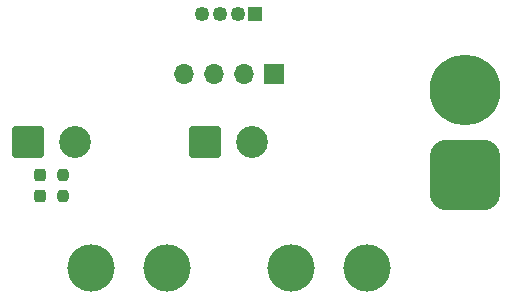
<source format=gbs>
%TF.GenerationSoftware,KiCad,Pcbnew,(6.0.9)*%
%TF.CreationDate,2022-12-21T01:12:51+09:00*%
%TF.ProjectId,power,706f7765-722e-46b6-9963-61645f706362,rev?*%
%TF.SameCoordinates,Original*%
%TF.FileFunction,Soldermask,Bot*%
%TF.FilePolarity,Negative*%
%FSLAX46Y46*%
G04 Gerber Fmt 4.6, Leading zero omitted, Abs format (unit mm)*
G04 Created by KiCad (PCBNEW (6.0.9)) date 2022-12-21 01:12:51*
%MOMM*%
%LPD*%
G01*
G04 APERTURE LIST*
G04 Aperture macros list*
%AMRoundRect*
0 Rectangle with rounded corners*
0 $1 Rounding radius*
0 $2 $3 $4 $5 $6 $7 $8 $9 X,Y pos of 4 corners*
0 Add a 4 corners polygon primitive as box body*
4,1,4,$2,$3,$4,$5,$6,$7,$8,$9,$2,$3,0*
0 Add four circle primitives for the rounded corners*
1,1,$1+$1,$2,$3*
1,1,$1+$1,$4,$5*
1,1,$1+$1,$6,$7*
1,1,$1+$1,$8,$9*
0 Add four rect primitives between the rounded corners*
20,1,$1+$1,$2,$3,$4,$5,0*
20,1,$1+$1,$4,$5,$6,$7,0*
20,1,$1+$1,$6,$7,$8,$9,0*
20,1,$1+$1,$8,$9,$2,$3,0*%
G04 Aperture macros list end*
%ADD10R,1.251000X1.251000*%
%ADD11C,1.251000*%
%ADD12R,1.700000X1.700000*%
%ADD13O,1.700000X1.700000*%
%ADD14RoundRect,0.250001X-1.099999X-1.099999X1.099999X-1.099999X1.099999X1.099999X-1.099999X1.099999X0*%
%ADD15C,2.700000*%
%ADD16RoundRect,0.237500X0.237500X-0.287500X0.237500X0.287500X-0.237500X0.287500X-0.237500X-0.287500X0*%
%ADD17C,4.000000*%
%ADD18RoundRect,0.237500X0.237500X-0.250000X0.237500X0.250000X-0.237500X0.250000X-0.237500X-0.250000X0*%
%ADD19RoundRect,1.500000X1.500000X-1.500000X1.500000X1.500000X-1.500000X1.500000X-1.500000X-1.500000X0*%
%ADD20C,6.000000*%
G04 APERTURE END LIST*
D10*
%TO.C,J2*%
X117250000Y-75000000D03*
D11*
X115750000Y-75000000D03*
X114250000Y-75000000D03*
X112750000Y-75000000D03*
%TD*%
D12*
%TO.C,J4*%
X118800000Y-80025000D03*
D13*
X116260000Y-80025000D03*
X113720000Y-80025000D03*
X111180000Y-80025000D03*
%TD*%
D14*
%TO.C,J3*%
X113020000Y-85775000D03*
D15*
X116980000Y-85775000D03*
%TD*%
D16*
%TO.C,D1*%
X99000000Y-90375000D03*
X99000000Y-88625000D03*
%TD*%
D17*
%TO.C,F1*%
X120246000Y-96500000D03*
X109754000Y-96500000D03*
X103316000Y-96500000D03*
X126684000Y-96500000D03*
%TD*%
D18*
%TO.C,R1*%
X101000000Y-90412500D03*
X101000000Y-88587500D03*
%TD*%
D14*
%TO.C,J5*%
X98020000Y-85775000D03*
D15*
X101980000Y-85775000D03*
%TD*%
D19*
%TO.C,J1*%
X135000000Y-88600000D03*
D20*
X135000000Y-81400000D03*
%TD*%
M02*

</source>
